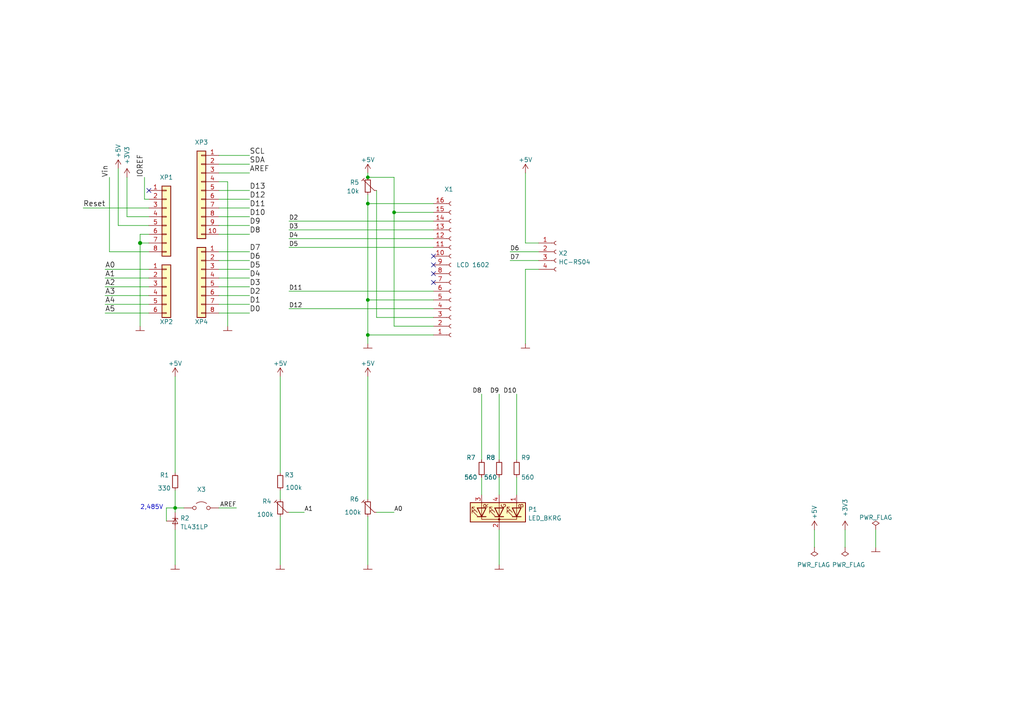
<source format=kicad_sch>
(kicad_sch (version 20211123) (generator eeschema)
  (paper "A4")
  (title_block (title "LCD- und Analog-Shield") (date "2023-01-04") (rev "V2.0") (company "Jörg Bischof") (comment 1 "DM6RAC"))
  (lib_symbols
    (symbol "Connector:Conn_01x04_Female" (pin_names (offset 1.016) hide)
      (property "Reference" "J" (at 0 5.08 0))
      (property "Value" "Conn_01x04_Female" (at 0 -7.62 0))
      (symbol "Conn_01x04_Female_1_1"
        (arc (start 0 -4.572) (mid -0.508 -5.08) (end 0 -5.588) (stroke (width 0.1524)))
        (arc (start 0 -2.032) (mid -0.508 -2.54) (end 0 -3.048) (stroke (width 0.1524)))
        (polyline (pts (xy -1.27 -5.08) (xy -0.508 -5.08)) (stroke (width 0.1524)))
        (polyline (pts (xy -1.27 -2.54) (xy -0.508 -2.54)) (stroke (width 0.1524)))
        (polyline (pts (xy -1.27 0) (xy -0.508 0)) (stroke (width 0.1524)))
        (polyline (pts (xy -1.27 2.54) (xy -0.508 2.54)) (stroke (width 0.1524)))
        (arc (start 0 0.508) (mid -0.508 0) (end 0 -0.508) (stroke (width 0.1524)))
        (arc (start 0 3.048) (mid -0.508 2.54) (end 0 2.032) (stroke (width 0.1524)))
        (pin passive line (at -5.08 2.54 0) (length 3.81) (name "Pin_1") (number "1"))
        (pin passive line (at -5.08 0 0) (length 3.81) (name "Pin_2") (number "2"))
        (pin passive line (at -5.08 -2.54 0) (length 3.81) (name "Pin_3") (number "3"))
        (pin passive line (at -5.08 -5.08 0) (length 3.81) (name "Pin_4") (number "4"))
      )
    )
    (symbol "Connector:Conn_01x16_Female" (pin_names (offset 1.016) hide)
      (property "Reference" "J" (at 0 20.32 0))
      (property "Value" "Conn_01x16_Female" (at 0 -22.86 0))
      (symbol "Conn_01x16_Female_1_1"
        (arc (start 0 -19.812) (mid -0.508 -20.32) (end 0 -20.828) (stroke (width 0.1524)))
        (arc (start 0 -17.272) (mid -0.508 -17.78) (end 0 -18.288) (stroke (width 0.1524)))
        (arc (start 0 -14.732) (mid -0.508 -15.24) (end 0 -15.748) (stroke (width 0.1524)))
        (arc (start 0 -12.192) (mid -0.508 -12.7) (end 0 -13.208) (stroke (width 0.1524)))
        (arc (start 0 -9.652) (mid -0.508 -10.16) (end 0 -10.668) (stroke (width 0.1524)))
        (arc (start 0 -7.112) (mid -0.508 -7.62) (end 0 -8.128) (stroke (width 0.1524)))
        (arc (start 0 -4.572) (mid -0.508 -5.08) (end 0 -5.588) (stroke (width 0.1524)))
        (arc (start 0 -2.032) (mid -0.508 -2.54) (end 0 -3.048) (stroke (width 0.1524)))
        (polyline (pts (xy -1.27 -20.32) (xy -0.508 -20.32)) (stroke (width 0.1524)))
        (polyline (pts (xy -1.27 -17.78) (xy -0.508 -17.78)) (stroke (width 0.1524)))
        (polyline (pts (xy -1.27 -15.24) (xy -0.508 -15.24)) (stroke (width 0.1524)))
        (polyline (pts (xy -1.27 -12.7) (xy -0.508 -12.7)) (stroke (width 0.1524)))
        (polyline (pts (xy -1.27 -10.16) (xy -0.508 -10.16)) (stroke (width 0.1524)))
        (polyline (pts (xy -1.27 -7.62) (xy -0.508 -7.62)) (stroke (width 0.1524)))
        (polyline (pts (xy -1.27 -5.08) (xy -0.508 -5.08)) (stroke (width 0.1524)))
        (polyline (pts (xy -1.27 -2.54) (xy -0.508 -2.54)) (stroke (width 0.1524)))
        (polyline (pts (xy -1.27 0) (xy -0.508 0)) (stroke (width 0.1524)))
        (polyline (pts (xy -1.27 2.54) (xy -0.508 2.54)) (stroke (width 0.1524)))
        (polyline (pts (xy -1.27 5.08) (xy -0.508 5.08)) (stroke (width 0.1524)))
        (polyline (pts (xy -1.27 7.62) (xy -0.508 7.62)) (stroke (width 0.1524)))
        (polyline (pts (xy -1.27 10.16) (xy -0.508 10.16)) (stroke (width 0.1524)))
        (polyline (pts (xy -1.27 12.7) (xy -0.508 12.7)) (stroke (width 0.1524)))
        (polyline (pts (xy -1.27 15.24) (xy -0.508 15.24)) (stroke (width 0.1524)))
        (polyline (pts (xy -1.27 17.78) (xy -0.508 17.78)) (stroke (width 0.1524)))
        (arc (start 0 0.508) (mid -0.508 0) (end 0 -0.508) (stroke (width 0.1524)))
        (arc (start 0 3.048) (mid -0.508 2.54) (end 0 2.032) (stroke (width 0.1524)))
        (arc (start 0 5.588) (mid -0.508 5.08) (end 0 4.572) (stroke (width 0.1524)))
        (arc (start 0 8.128) (mid -0.508 7.62) (end 0 7.112) (stroke (width 0.1524)))
        (arc (start 0 10.668) (mid -0.508 10.16) (end 0 9.652) (stroke (width 0.1524)))
        (arc (start 0 13.208) (mid -0.508 12.7) (end 0 12.192) (stroke (width 0.1524)))
        (arc (start 0 15.748) (mid -0.508 15.24) (end 0 14.732) (stroke (width 0.1524)))
        (arc (start 0 18.288) (mid -0.508 17.78) (end 0 17.272) (stroke (width 0.1524)))
        (pin passive line (at -5.08 17.78 0) (length 3.81) (name "Pin_1") (number "1"))
        (pin passive line (at -5.08 -5.08 0) (length 3.81) (name "Pin_10") (number "10"))
        (pin passive line (at -5.08 -7.62 0) (length 3.81) (name "Pin_11") (number "11"))
        (pin passive line (at -5.08 -10.16 0) (length 3.81) (name "Pin_12") (number "12"))
        (pin passive line (at -5.08 -12.7 0) (length 3.81) (name "Pin_13") (number "13"))
        (pin passive line (at -5.08 -15.24 0) (length 3.81) (name "Pin_14") (number "14"))
        (pin passive line (at -5.08 -17.78 0) (length 3.81) (name "Pin_15") (number "15"))
        (pin passive line (at -5.08 -20.32 0) (length 3.81) (name "Pin_16") (number "16"))
        (pin passive line (at -5.08 15.24 0) (length 3.81) (name "Pin_2") (number "2"))
        (pin passive line (at -5.08 12.7 0) (length 3.81) (name "Pin_3") (number "3"))
        (pin passive line (at -5.08 10.16 0) (length 3.81) (name "Pin_4") (number "4"))
        (pin passive line (at -5.08 7.62 0) (length 3.81) (name "Pin_5") (number "5"))
        (pin passive line (at -5.08 5.08 0) (length 3.81) (name "Pin_6") (number "6"))
        (pin passive line (at -5.08 2.54 0) (length 3.81) (name "Pin_7") (number "7"))
        (pin passive line (at -5.08 0 0) (length 3.81) (name "Pin_8") (number "8"))
        (pin passive line (at -5.08 -2.54 0) (length 3.81) (name "Pin_9") (number "9"))
      )
    )
    (symbol "Connector_Generic:Conn_01x06" (pin_names (offset 1.016) hide)
      (property "Reference" "J" (at 0 7.62 0))
      (property "Value" "Conn_01x06" (at 0 -10.16 0))
      (symbol "Conn_01x06_1_1"
        (rectangle (start -1.27 -7.493) (end 0 -7.747) (stroke (width 0.1524)))
        (rectangle (start -1.27 -4.953) (end 0 -5.207) (stroke (width 0.1524)))
        (rectangle (start -1.27 -2.413) (end 0 -2.667) (stroke (width 0.1524)))
        (rectangle (start -1.27 0.127) (end 0 -0.127) (stroke (width 0.1524)))
        (rectangle (start -1.27 2.667) (end 0 2.413) (stroke (width 0.1524)))
        (rectangle (start -1.27 5.207) (end 0 4.953) (stroke (width 0.1524)))
        (rectangle (start -1.27 6.35) (end 1.27 -8.89) (stroke (width 0.254)) (fill (type background)))
        (pin passive line (at -5.08 5.08 0) (length 3.81) (name "Pin_1") (number "1"))
        (pin passive line (at -5.08 2.54 0) (length 3.81) (name "Pin_2") (number "2"))
        (pin passive line (at -5.08 0 0) (length 3.81) (name "Pin_3") (number "3"))
        (pin passive line (at -5.08 -2.54 0) (length 3.81) (name "Pin_4") (number "4"))
        (pin passive line (at -5.08 -5.08 0) (length 3.81) (name "Pin_5") (number "5"))
        (pin passive line (at -5.08 -7.62 0) (length 3.81) (name "Pin_6") (number "6"))
      )
    )
    (symbol "Connector_Generic:Conn_01x08" (pin_names (offset 1.016) hide)
      (property "Reference" "J" (at 0 10.16 0))
      (property "Value" "Conn_01x08" (at 0 -12.7 0))
      (symbol "Conn_01x08_1_1"
        (rectangle (start -1.27 -10.033) (end 0 -10.287) (stroke (width 0.1524)))
        (rectangle (start -1.27 -7.493) (end 0 -7.747) (stroke (width 0.1524)))
        (rectangle (start -1.27 -4.953) (end 0 -5.207) (stroke (width 0.1524)))
        (rectangle (start -1.27 -2.413) (end 0 -2.667) (stroke (width 0.1524)))
        (rectangle (start -1.27 0.127) (end 0 -0.127) (stroke (width 0.1524)))
        (rectangle (start -1.27 2.667) (end 0 2.413) (stroke (width 0.1524)))
        (rectangle (start -1.27 5.207) (end 0 4.953) (stroke (width 0.1524)))
        (rectangle (start -1.27 7.747) (end 0 7.493) (stroke (width 0.1524)))
        (rectangle (start -1.27 8.89) (end 1.27 -11.43) (stroke (width 0.254)) (fill (type background)))
        (pin passive line (at -5.08 7.62 0) (length 3.81) (name "Pin_1") (number "1"))
        (pin passive line (at -5.08 5.08 0) (length 3.81) (name "Pin_2") (number "2"))
        (pin passive line (at -5.08 2.54 0) (length 3.81) (name "Pin_3") (number "3"))
        (pin passive line (at -5.08 0 0) (length 3.81) (name "Pin_4") (number "4"))
        (pin passive line (at -5.08 -2.54 0) (length 3.81) (name "Pin_5") (number "5"))
        (pin passive line (at -5.08 -5.08 0) (length 3.81) (name "Pin_6") (number "6"))
        (pin passive line (at -5.08 -7.62 0) (length 3.81) (name "Pin_7") (number "7"))
        (pin passive line (at -5.08 -10.16 0) (length 3.81) (name "Pin_8") (number "8"))
      )
    )
    (symbol "Connector_Generic:Conn_01x10" (pin_names (offset 1.016) hide)
      (property "Reference" "J" (at 0 12.7 0))
      (property "Value" "Conn_01x10" (at 0 -15.24 0))
      (symbol "Conn_01x10_1_1"
        (rectangle (start -1.27 -12.573) (end 0 -12.827) (stroke (width 0.1524)))
        (rectangle (start -1.27 -10.033) (end 0 -10.287) (stroke (width 0.1524)))
        (rectangle (start -1.27 -7.493) (end 0 -7.747) (stroke (width 0.1524)))
        (rectangle (start -1.27 -4.953) (end 0 -5.207) (stroke (width 0.1524)))
        (rectangle (start -1.27 -2.413) (end 0 -2.667) (stroke (width 0.1524)))
        (rectangle (start -1.27 0.127) (end 0 -0.127) (stroke (width 0.1524)))
        (rectangle (start -1.27 2.667) (end 0 2.413) (stroke (width 0.1524)))
        (rectangle (start -1.27 5.207) (end 0 4.953) (stroke (width 0.1524)))
        (rectangle (start -1.27 7.747) (end 0 7.493) (stroke (width 0.1524)))
        (rectangle (start -1.27 10.287) (end 0 10.033) (stroke (width 0.1524)))
        (rectangle (start -1.27 11.43) (end 1.27 -13.97) (stroke (width 0.254)) (fill (type background)))
        (pin passive line (at -5.08 10.16 0) (length 3.81) (name "Pin_1") (number "1"))
        (pin passive line (at -5.08 -12.7 0) (length 3.81) (name "Pin_10") (number "10"))
        (pin passive line (at -5.08 7.62 0) (length 3.81) (name "Pin_2") (number "2"))
        (pin passive line (at -5.08 5.08 0) (length 3.81) (name "Pin_3") (number "3"))
        (pin passive line (at -5.08 2.54 0) (length 3.81) (name "Pin_4") (number "4"))
        (pin passive line (at -5.08 0 0) (length 3.81) (name "Pin_5") (number "5"))
        (pin passive line (at -5.08 -2.54 0) (length 3.81) (name "Pin_6") (number "6"))
        (pin passive line (at -5.08 -5.08 0) (length 3.81) (name "Pin_7") (number "7"))
        (pin passive line (at -5.08 -7.62 0) (length 3.81) (name "Pin_8") (number "8"))
        (pin passive line (at -5.08 -10.16 0) (length 3.81) (name "Pin_9") (number "9"))
      )
    )
    (symbol "Device:LED_BKRG" (pin_names (offset 0) hide)
      (property "Reference" "D" (at 0 9.398 0))
      (property "Value" "LED_BKRG" (at 0 -8.89 0))
      (symbol "LED_BKRG_0_0"
        (text "B" (at 1.905 -6.35 0) (effects (font (size 1.27 1.27))))
        (text "G" (at 1.905 -1.27 0) (effects (font (size 1.27 1.27))))
        (text "R" (at 1.905 3.81 0) (effects (font (size 1.27 1.27))))
      )
      (symbol "LED_BKRG_0_1"
        (circle (center -2.032 0) (radius 0.254) (fill (type outline)))
        (polyline (pts (xy -1.27 -5.08) (xy 1.27 -5.08)))
        (polyline (pts (xy -1.27 -3.81) (xy -1.27 -6.35)) (stroke (width 0.254)))
        (polyline (pts (xy -1.27 0) (xy -2.54 0)))
        (polyline (pts (xy -1.27 1.27) (xy -1.27 -1.27)) (stroke (width 0.254)))
        (polyline (pts (xy -1.27 5.08) (xy 1.27 5.08)))
        (polyline (pts (xy -1.27 6.35) (xy -1.27 3.81)) (stroke (width 0.254)))
        (polyline (pts (xy 1.27 -5.08) (xy 2.54 -5.08)))
        (polyline (pts (xy 1.27 0) (xy -1.27 0)))
        (polyline (pts (xy 1.27 0) (xy 2.54 0)))
        (polyline (pts (xy 1.27 5.08) (xy 2.54 5.08)))
        (polyline (pts (xy -1.27 1.27) (xy -1.27 -1.27) (xy -1.27 -1.27)))
        (polyline (pts (xy -1.27 6.35) (xy -1.27 3.81) (xy -1.27 3.81)))
        (polyline (pts (xy -1.27 5.08) (xy -2.032 5.08) (xy -2.032 -5.08) (xy -1.016 -5.08)))
        (polyline (pts (xy 1.27 -3.81) (xy 1.27 -6.35) (xy -1.27 -5.08) (xy 1.27 -3.81)) (stroke (width 0.254)))
        (polyline (pts (xy 1.27 1.27) (xy 1.27 -1.27) (xy -1.27 0) (xy 1.27 1.27)) (stroke (width 0.254)))
        (polyline (pts (xy 1.27 6.35) (xy 1.27 3.81) (xy -1.27 5.08) (xy 1.27 6.35)) (stroke (width 0.254)))
        (polyline (pts (xy -1.016 -3.81) (xy 0.508 -2.286) (xy -0.254 -2.286) (xy 0.508 -2.286) (xy 0.508 -3.048)))
        (polyline (pts (xy -1.016 1.27) (xy 0.508 2.794) (xy -0.254 2.794) (xy 0.508 2.794) (xy 0.508 2.032)))
        (polyline (pts (xy -1.016 6.35) (xy 0.508 7.874) (xy -0.254 7.874) (xy 0.508 7.874) (xy 0.508 7.112)))
        (polyline (pts (xy 0 -3.81) (xy 1.524 -2.286) (xy 0.762 -2.286) (xy 1.524 -2.286) (xy 1.524 -3.048)))
        (polyline (pts (xy 0 1.27) (xy 1.524 2.794) (xy 0.762 2.794) (xy 1.524 2.794) (xy 1.524 2.032)))
        (polyline (pts (xy 0 6.35) (xy 1.524 7.874) (xy 0.762 7.874) (xy 1.524 7.874) (xy 1.524 7.112)))
        (rectangle (start 1.27 -1.27) (end 1.27 1.27))
        (rectangle (start 1.27 1.27) (end 1.27 1.27))
        (rectangle (start 1.27 3.81) (end 1.27 6.35))
        (rectangle (start 1.27 6.35) (end 1.27 6.35))
        (rectangle (start 2.794 8.382) (end -2.794 -7.62) (stroke (width 0.254)) (fill (type background)))
      )
      (symbol "LED_BKRG_1_1"
        (pin passive line (at 5.08 -5.08 180) (length 2.54) (name "BA") (number "1"))
        (pin passive line (at -5.08 0 0) (length 2.54) (name "K") (number "2"))
        (pin passive line (at 5.08 5.08 180) (length 2.54) (name "RA") (number "3"))
        (pin passive line (at 5.08 0 180) (length 2.54) (name "GA") (number "4"))
      )
    )
    (symbol "Device:R_Small" (pin_numbers hide) (pin_names (offset 0.254) hide)
      (property "Reference" "R" (at -2.54 1.143 0))
      (property "Value" "R_Small" (at 0.762 -1.016 0))
      (symbol "R_Small_0_1"
        (rectangle (start -0.762 1.778) (end 0.762 -1.778) (stroke (width 0.2032)))
      )
      (symbol "R_Small_1_1"
        (pin passive line (at 0 2.54 270) (length 0.762) (name "~") (number "1"))
        (pin passive line (at 0 -2.54 90) (length 0.762) (name "~") (number "2"))
      )
    )
    (symbol "Device:R_Trim_Small" (pin_numbers hide) (pin_names (offset 0.254) hide)
      (property "Reference" "R" (at -2.54 1.143 0))
      (property "Value" "R_Trim_Small" (at 0.762 -1.016 0))
      (symbol "R_Trim_Small_0_1"
        (rectangle (start -0.762 1.778) (end 0.762 -1.778) (stroke (width 0.2032)))
        (polyline (pts (xy -1.905 -1.27) (xy 1.397 1.905) (xy 1.016 2.286) (xy 1.778 1.524)) (stroke (width 0.1524)))
      )
      (symbol "R_Trim_Small_1_1"
        (pin passive line (at 0 2.54 270) (length 0.762) (name "~") (number "1"))
        (pin passive line (at -2.54 -1.27 0) (length 0.65) (name "~") (number "2"))
        (pin passive line (at 0 -2.54 90) (length 0.762) (name "~") (number "3"))
      )
    )
    (symbol "Jumper:Jumper_2_Open" (pin_numbers hide) (pin_names (offset 0) hide)
      (property "Reference" "JP" (at 0 2.794 0))
      (property "Value" "Jumper_2_Open" (at 0 -2.286 0))
      (symbol "Jumper_2_Open_0_0"
        (circle (center -2.032 0) (radius 0.508))
        (circle (center 2.032 0) (radius 0.508))
      )
      (symbol "Jumper_2_Open_0_1"
        (arc (start 1.524 1.27) (mid 0 1.778) (end -1.524 1.27))
      )
      (symbol "Jumper_2_Open_1_1"
        (pin passive line (at -5.08 0 0) (length 2.54) (name "A") (number "1"))
        (pin passive line (at 5.08 0 180) (length 2.54) (name "B") (number "2"))
      )
    )
    (symbol "Reference_Voltage:TL431LP" (pin_numbers hide) (pin_names hide)
      (property "Reference" "R" (at -2.54 2.54 0))
      (property "Value" "TL431LP" (at 0 -2.54 0))
      (symbol "TL431LP_0_1"
        (polyline (pts (xy -0.762 0.508) (xy -0.762 -0.762)) (stroke (width 0.1524)))
        (polyline (pts (xy -0.762 0.508) (xy -0.762 0.762)) (stroke (width 0.1524)))
        (polyline (pts (xy -1.27 0) (xy 0 0) (xy 1.27 0)))
        (polyline (pts (xy -0.762 0.762) (xy 0.762 0) (xy -0.762 -0.762)) (stroke (width 0.15)))
        (polyline (pts (xy 0.508 -0.762) (xy 0.762 -0.762) (xy 0.762 0.762) (xy 0.762 0.762)) (stroke (width 0.15)))
      )
      (symbol "TL431LP_1_1"
        (pin passive line (at 0 2.54 270) (length 2.1) (name "REF") (number "1"))
        (pin passive line (at -2.54 0 0) (length 2.54) (name "A") (number "2"))
        (pin passive line (at 2.54 0 180) (length 2.54) (name "K") (number "3"))
      )
    )
    (symbol "power:+3.3V" (power) (pin_names (offset 0))
      (property "Value" "+3.3V" (at 0 3.556 0))
      (symbol "+3.3V_0_1"
        (polyline (pts (xy -0.762 1.27) (xy 0 2.54)))
        (polyline (pts (xy 0 0) (xy 0 2.54)))
        (polyline (pts (xy 0 2.54) (xy 0.762 1.27)))
      )
      (symbol "+3.3V_1_1"
        (pin power_in line (at 0 0 90) (length 0) hide (name "+3V3") (number "1"))
      )
    )
    (symbol "power:+5V" (power) (pin_names (offset 0))
      (property "Value" "+5V" (at 0 3.556 0))
      (symbol "+5V_0_1"
        (polyline (pts (xy -0.762 1.27) (xy 0 2.54)))
        (polyline (pts (xy 0 0) (xy 0 2.54)))
        (polyline (pts (xy 0 2.54) (xy 0.762 1.27)))
      )
      (symbol "+5V_1_1"
        (pin power_in line (at 0 0 90) (length 0) hide (name "+5V") (number "1"))
      )
    )
    (symbol "power:GND" (power) (pin_names (offset 0))
      (property "Value" "GND" (at 0 -2.54 0))
      (symbol "GND_0_1"
        (polyline (pts (xy 0 0) (xy 0 -1.27) (xy 1.27 -1.27) (xy -1.27 -1.27) (xy 0 -1.27)))
      )
      (symbol "GND_1_1"
        (pin power_in line (at 0 0 270) (length 0) hide (name "GND") (number "1"))
      )
    )
    (symbol "power:PWR_FLAG" (power) (pin_numbers hide) (pin_names (offset 0) hide)
      (property "Value" "PWR_FLAG" (at 0 3.81 0))
      (symbol "PWR_FLAG_0_0"
        (pin power_out line (at 0 0 90) (length 0) (name "pwr") (number "1"))
      )
      (symbol "PWR_FLAG_0_1"
        (polyline (pts (xy 0 0) (xy 0 1.27) (xy -1.016 1.905) (xy 0 2.54) (xy 1.016 1.905) (xy 0 1.27)))
      )
    )
  )
  (junction (at 106.68 59.055))
  (junction (at 106.68 86.995))
  (junction (at 50.8 147.32))
  (junction (at 114.3 61.595))
  (junction (at 106.68 51.435))
  (junction (at 40.64 70.485) (diameter 1.016))
  (junction (at 106.68 97.155))
  (no_connect (at 125.73 81.915))
  (no_connect (at 125.73 79.375))
  (no_connect (at 125.73 76.835))
  (no_connect (at 125.73 74.295))
  (no_connect (at 43.18 55.245))
  (wire (pts (xy 156.21 70.485) (xy 152.4 70.485)))
  (wire (pts (xy 43.18 62.865) (xy 36.83 62.865)))
  (wire (pts (xy 114.3 51.435) (xy 106.68 51.435)))
  (wire (pts (xy 43.18 85.725) (xy 30.48 85.725)))
  (wire (pts (xy 149.86 114.3) (xy 149.86 133.35)))
  (wire (pts (xy 106.68 59.055) (xy 106.68 86.995)))
  (wire (pts (xy 63.5 78.105) (xy 72.39 78.105)))
  (wire (pts (xy 236.22 153.67) (xy 236.22 158.75)))
  (wire (pts (xy 106.68 109.22) (xy 106.68 144.78)))
  (wire (pts (xy 144.78 114.3) (xy 144.78 133.35)))
  (wire (pts (xy 152.4 78.105) (xy 152.4 99.695)))
  (wire (pts (xy 83.82 64.135) (xy 125.73 64.135)))
  (wire (pts (xy 114.3 94.615) (xy 114.3 61.595)))
  (wire (pts (xy 139.7 114.3) (xy 139.7 133.35)))
  (wire (pts (xy 50.8 109.22) (xy 50.8 137.16)))
  (wire (pts (xy 81.28 109.22) (xy 81.28 137.16)))
  (wire (pts (xy 50.8 142.24) (xy 50.8 147.32)))
  (wire (pts (xy 83.82 89.535) (xy 125.73 89.535)))
  (wire (pts (xy 40.64 67.945) (xy 40.64 70.485)))
  (wire (pts (xy 125.73 94.615) (xy 114.3 94.615)))
  (wire (pts (xy 63.5 57.785) (xy 72.39 57.785)))
  (wire (pts (xy 66.04 52.705) (xy 66.04 94.615)))
  (wire (pts (xy 106.68 56.515) (xy 106.68 59.055)))
  (wire (pts (xy 43.18 67.945) (xy 40.64 67.945)))
  (wire (pts (xy 254 153.67) (xy 254 158.75)))
  (wire (pts (xy 109.22 55.245) (xy 109.22 92.075)))
  (wire (pts (xy 106.68 86.995) (xy 106.68 97.155)))
  (wire (pts (xy 125.73 92.075) (xy 109.22 92.075)))
  (wire (pts (xy 63.5 67.945) (xy 72.39 67.945)))
  (wire (pts (xy 41.91 57.785) (xy 43.18 57.785)))
  (wire (pts (xy 114.3 61.595) (xy 114.3 51.435)))
  (wire (pts (xy 43.18 65.405) (xy 34.29 65.405)))
  (wire (pts (xy 83.82 66.675) (xy 125.73 66.675)))
  (wire (pts (xy 106.68 86.995) (xy 125.73 86.995)))
  (wire (pts (xy 63.5 55.245) (xy 72.39 55.245)))
  (wire (pts (xy 63.5 73.025) (xy 72.39 73.025)))
  (wire (pts (xy 43.18 80.645) (xy 30.48 80.645)))
  (wire (pts (xy 50.8 147.32) (xy 53.34 147.32)))
  (wire (pts (xy 63.5 45.085) (xy 72.39 45.085)))
  (wire (pts (xy 48.26 147.32) (xy 50.8 147.32)))
  (wire (pts (xy 144.78 153.67) (xy 144.78 163.83)))
  (wire (pts (xy 63.5 85.725) (xy 72.39 85.725)))
  (wire (pts (xy 106.68 149.86) (xy 106.68 163.83)))
  (wire (pts (xy 245.11 153.67) (xy 245.11 158.75)))
  (wire (pts (xy 63.5 147.32) (xy 68.58 147.32)))
  (wire (pts (xy 43.18 73.025) (xy 31.75 73.025)))
  (wire (pts (xy 114.3 61.595) (xy 125.73 61.595)))
  (wire (pts (xy 106.68 59.055) (xy 125.73 59.055)))
  (wire (pts (xy 83.82 71.755) (xy 125.73 71.755)))
  (wire (pts (xy 81.28 142.24) (xy 81.28 144.78)))
  (wire (pts (xy 147.955 73.025) (xy 156.21 73.025)))
  (wire (pts (xy 43.18 78.105) (xy 30.48 78.105)))
  (wire (pts (xy 81.28 149.86) (xy 81.28 163.83)))
  (wire (pts (xy 63.5 60.325) (xy 72.39 60.325)))
  (wire (pts (xy 43.18 88.265) (xy 30.48 88.265)))
  (wire (pts (xy 43.18 60.325) (xy 24.13 60.325)))
  (wire (pts (xy 63.5 52.705) (xy 66.04 52.705)))
  (wire (pts (xy 43.18 70.485) (xy 40.64 70.485)))
  (wire (pts (xy 63.5 65.405) (xy 72.39 65.405)))
  (wire (pts (xy 40.64 70.485) (xy 40.64 94.615)))
  (wire (pts (xy 83.82 148.59) (xy 88.265 148.59)))
  (wire (pts (xy 31.75 73.025) (xy 31.75 51.435)))
  (wire (pts (xy 83.82 69.215) (xy 125.73 69.215)))
  (wire (pts (xy 152.4 70.485) (xy 152.4 50.165)))
  (wire (pts (xy 63.5 83.185) (xy 72.39 83.185)))
  (wire (pts (xy 43.18 90.805) (xy 30.48 90.805)))
  (wire (pts (xy 156.21 78.105) (xy 152.4 78.105)))
  (wire (pts (xy 63.5 88.265) (xy 72.39 88.265)))
  (wire (pts (xy 125.73 97.155) (xy 106.68 97.155)))
  (wire (pts (xy 63.5 75.565) (xy 72.39 75.565)))
  (wire (pts (xy 34.29 65.405) (xy 34.29 48.895)))
  (wire (pts (xy 106.68 97.155) (xy 106.68 99.695)))
  (wire (pts (xy 139.7 138.43) (xy 139.7 143.51)))
  (wire (pts (xy 50.8 147.32) (xy 50.8 148.59)))
  (wire (pts (xy 63.5 47.625) (xy 72.39 47.625)))
  (wire (pts (xy 149.86 138.43) (xy 149.86 143.51)))
  (wire (pts (xy 63.5 80.645) (xy 72.39 80.645)))
  (wire (pts (xy 109.22 148.59) (xy 114.3 148.59)))
  (wire (pts (xy 63.5 50.165) (xy 72.39 50.165)))
  (wire (pts (xy 83.82 84.455) (xy 125.73 84.455)))
  (wire (pts (xy 106.68 50.165) (xy 106.68 51.435)))
  (wire (pts (xy 147.955 75.565) (xy 156.21 75.565)))
  (wire (pts (xy 36.83 62.865) (xy 36.83 51.435)))
  (wire (pts (xy 41.91 51.435) (xy 41.91 57.785)))
  (wire (pts (xy 63.5 90.805) (xy 72.39 90.805)))
  (wire (pts (xy 63.5 62.865) (xy 72.39 62.865)))
  (wire (pts (xy 50.8 153.67) (xy 50.8 163.83)))
  (wire (pts (xy 48.26 151.13) (xy 48.26 147.32)))
  (wire (pts (xy 144.78 138.43) (xy 144.78 143.51)))
  (wire (pts (xy 43.18 83.185) (xy 30.48 83.185)))
  (text "2,485V" (at 40.64 147.955 0) (effects (font (size 1.27 1.27)) (justify left bottom)))
  (label "D7" (at 147.955 75.565 0))
  (label "Vin" (at 31.75 51.435 90) (effects (font (size 1.524 1.524))))
  (label "D4" (at 83.82 69.215 0))
  (label "A1" (at 88.265 148.59 0))
  (label "D12" (at 83.82 89.535 0))
  (label "D6" (at 147.955 73.025 0))
  (label "D0" (at 72.39 90.805 0) (effects (font (size 1.524 1.524))))
  (label "A4" (at 30.48 88.265 0) (effects (font (size 1.524 1.524))))
  (label "A0" (at 114.3 148.59 0))
  (label "D10" (at 149.86 114.3 180))
  (label "D4" (at 72.39 80.645 0) (effects (font (size 1.524 1.524))))
  (label "D5" (at 72.39 78.105 0) (effects (font (size 1.524 1.524))))
  (label "A2" (at 30.48 83.185 0) (effects (font (size 1.524 1.524))))
  (label "A5" (at 30.48 90.805 0) (effects (font (size 1.524 1.524))))
  (label "A0" (at 30.48 78.105 0) (effects (font (size 1.524 1.524))))
  (label "A1" (at 30.48 80.645 0) (effects (font (size 1.524 1.524))))
  (label "D11" (at 83.82 84.455 0))
  (label "D10" (at 72.39 62.865 0) (effects (font (size 1.524 1.524))))
  (label "D8" (at 139.7 114.3 180))
  (label "D13" (at 72.39 55.245 0) (effects (font (size 1.524 1.524))))
  (label "D2" (at 83.82 64.135 0))
  (label "D7" (at 72.39 73.025 0) (effects (font (size 1.524 1.524))))
  (label "SDA" (at 72.39 47.625 0) (effects (font (size 1.524 1.524))))
  (label "A3" (at 30.48 85.725 0) (effects (font (size 1.524 1.524))))
  (label "Reset" (at 24.13 60.325 0) (effects (font (size 1.524 1.524))))
  (label "D2" (at 72.39 85.725 0) (effects (font (size 1.524 1.524))))
  (label "D12" (at 72.39 57.785 0) (effects (font (size 1.524 1.524))))
  (label "D3" (at 72.39 83.185 0) (effects (font (size 1.524 1.524))))
  (label "D3" (at 83.82 66.675 0))
  (label "D9" (at 72.39 65.405 0) (effects (font (size 1.524 1.524))))
  (label "D5" (at 83.82 71.755 0))
  (label "D8" (at 72.39 67.945 0) (effects (font (size 1.524 1.524))))
  (label "SCL" (at 72.39 45.085 0) (effects (font (size 1.524 1.524))))
  (label "IOREF" (at 41.91 51.435 90) (effects (font (size 1.524 1.524))))
  (label "AREF" (at 72.39 50.165 0) (effects (font (size 1.524 1.524))))
  (label "AREF" (at 68.58 147.32 180))
  (label "D9" (at 144.78 114.3 180))
  (label "D11" (at 72.39 60.325 0) (effects (font (size 1.524 1.524))))
  (label "D1" (at 72.39 88.265 0) (effects (font (size 1.524 1.524))))
  (label "D6" (at 72.39 75.565 0) (effects (font (size 1.524 1.524))))
  (symbol (lib_id "Connector_Generic:Conn_01x08") (at 48.26 62.865 0) (unit 1)
    (property "Reference" "XP1" (at 48.26 51.435 0))
    (property "Value" "Power" (effects hide))
    (property "Footprint" "Socket_Arduino_Uno:Socket_Strip_Arduino_1x08" (effects hide))
  )
  (symbol (lib_id "power:+3.3V") (at 36.83 51.435 0) (unit 1)
    (property "Reference" "#PWR01" (effects hide))
    (property "Value" "+3.3V" (at 36.83 45.085 90))
  )
  (symbol (lib_id "power:+5V") (at 34.29 48.895 0) (unit 1)
    (property "Reference" "#PWR02" (effects hide))
    (property "Value" "+5V" (at 34.29 43.815 90))
  )
  (symbol (lib_id "power:GND") (at 40.64 94.615 0) (unit 1)
    (property "Reference" "#PWR03" (effects hide))
    (property "Value" "GND" (effects hide))
  )
  (symbol (lib_id "power:GND") (at 66.04 94.615 0) (unit 1)
    (property "Reference" "#PWR04" (effects hide))
    (property "Value" "GND" (effects hide))
  )
  (symbol (lib_id "Connector_Generic:Conn_01x06") (at 48.26 83.185 0) (unit 1)
    (property "Reference" "XP2" (at 48.26 93.345 0))
    (property "Value" "Analog" (effects hide))
    (property "Footprint" "Socket_Arduino_Uno:Socket_Strip_Arduino_1x06" (effects hide))
  )
  (symbol (lib_id "Connector_Generic:Conn_01x08") (at 58.42 80.645 0) (mirror y) (unit 1)
    (property "Reference" "XP4" (at 58.42 93.345 0))
    (property "Value" "Digital" (effects hide))
    (property "Footprint" "Socket_Arduino_Uno:Socket_Strip_Arduino_1x08" (effects hide))
  )
  (symbol (lib_id "Connector_Generic:Conn_01x10") (at 58.42 55.245 0) (mirror y) (unit 1)
    (property "Reference" "XP3" (at 58.42 41.275 0))
    (property "Value" "Digital" (effects hide))
    (property "Footprint" "Socket_Arduino_Uno:Socket_Strip_Arduino_1x10" (effects hide))
  )
  (symbol (lib_id "Device:R_Small") (at 81.28 139.7 0) (unit 1)
    (property "Reference" "R3" (at 82.55 137.795 0) (effects (justify left)))
    (property "Value" "100k" (at 82.7786 141.4022 0) (effects (justify left)))
    (property "Footprint" "Resistor_THT:R_Axial_DIN0207_L6.3mm_D2.5mm_P10.16mm_Horizontal" (effects hide))
  )
  (symbol (lib_id "power:GND") (at 106.68 163.83 0) (unit 1)
    (property "Reference" "#PWR0110" (effects hide))
    (property "Value" "GND" (effects hide))
  )
  (symbol (lib_id "power:+3.3V") (at 245.11 153.67 0) (unit 1)
    (property "Reference" "#PWR0104" (effects hide))
    (property "Value" "+3.3V" (at 245.11 147.32 90))
  )
  (symbol (lib_id "power:PWR_FLAG") (at 245.11 158.75 180) (unit 1)
    (property "Reference" "#FLG0102" (effects hide))
    (property "Value" "PWR_FLAG" (at 241.3 163.83 0) (effects (justify right)))
  )
  (symbol (lib_id "Device:LED_BKRG") (at 144.78 148.59 90) (unit 1)
    (property "Reference" "P1" (at 153.162 147.7553 90) (effects (justify right)))
    (property "Value" "LED_BKRG" (at 153.162 150.2922 90) (effects (justify right)))
    (property "Footprint" "LED_THT:LED_D5.0mm-4_RGB" (effects hide))
  )
  (symbol (lib_id "Device:R_Small") (at 149.86 135.89 0) (unit 1)
    (property "Reference" "R9" (at 151.13 132.715 0) (effects (justify left)))
    (property "Value" "560" (at 151.13 138.43 0) (effects (justify left)))
    (property "Footprint" "Resistor_THT:R_Axial_DIN0207_L6.3mm_D2.5mm_P10.16mm_Horizontal" (effects hide))
  )
  (symbol (lib_id "power:PWR_FLAG") (at 236.22 158.75 180) (unit 1)
    (property "Reference" "#FLG0101" (effects hide))
    (property "Value" "PWR_FLAG" (at 231.14 163.83 0) (effects (justify right)))
  )
  (symbol (lib_id "Connector:Conn_01x04_Female") (at 161.29 73.025 0) (unit 1)
    (property "Reference" "X2" (at 162.0012 73.4603 0) (effects (justify left)))
    (property "Value" "HC-RS04" (at 162.0012 75.9972 0) (effects (justify left)))
    (property "Footprint" "Connector_PinSocket_2.54mm:PinSocket_1x04_P2.54mm_Vertical" (effects hide))
  )
  (symbol (lib_id "Device:R_Small") (at 144.78 135.89 0) (unit 1)
    (property "Reference" "R8" (at 140.97 132.715 0) (effects (justify left)))
    (property "Value" "560" (at 140.335 138.43 0) (effects (justify left)))
    (property "Footprint" "Resistor_THT:R_Axial_DIN0207_L6.3mm_D2.5mm_P10.16mm_Horizontal" (effects hide))
  )
  (symbol (lib_id "power:+5V") (at 152.4 50.165 0) (unit 1)
    (property "Reference" "#PWR0118" (effects hide))
    (property "Value" "+5V" (at 152.4 46.355 0))
  )
  (symbol (lib_id "power:+5V") (at 81.28 109.22 0) (unit 1)
    (property "Reference" "#PWR0113" (effects hide))
    (property "Value" "+5V" (at 81.28 105.41 0))
  )
  (symbol (lib_id "power:PWR_FLAG") (at 254 153.67 0) (unit 1)
    (property "Reference" "#FLG0103" (effects hide))
    (property "Value" "PWR_FLAG" (at 254 150.0942 0))
  )
  (symbol (lib_id "Device:R_Trim_Small") (at 106.68 53.975 0) (mirror y) (unit 1)
    (property "Reference" "R5" (at 104.1909 52.899 0) (effects (justify left)))
    (property "Value" "10k" (at 104.1909 55.4359 0) (effects (justify left)))
    (property "Footprint" "Potentiometer_THT:Potentiometer_Piher_PT-10-V10_Vertical" (effects hide))
  )
  (symbol (lib_id "Jumper:Jumper_2_Open") (at 58.42 147.32 0) (unit 1)
    (property "Reference" "X3" (at 58.42 141.9692 0))
    (property "Value" "Jumper_2_Open" (effects hide))
    (property "Footprint" "TestPoint:TestPoint_2Pads_Pitch2.54mm_Drill0.8mm" (effects hide))
  )
  (symbol (lib_id "Device:R_Trim_Small") (at 106.68 147.32 0) (mirror y) (unit 1)
    (property "Reference" "R6" (at 104.14 144.78 0) (effects (justify left)))
    (property "Value" "100k" (at 104.775 148.59 0) (effects (justify left)))
    (property "Footprint" "Potentiometer_THT:Potentiometer_Piher_PT-10-V10_Vertical" (effects hide))
  )
  (symbol (lib_id "power:GND") (at 144.78 163.83 0) (unit 1)
    (property "Reference" "#PWR0111" (effects hide))
    (property "Value" "GND" (effects hide))
  )
  (symbol (lib_id "power:GND") (at 81.28 163.83 0) (unit 1)
    (property "Reference" "#PWR0109" (effects hide))
    (property "Value" "GND" (effects hide))
  )
  (symbol (lib_id "power:+5V") (at 106.68 109.22 0) (unit 1)
    (property "Reference" "#PWR0114" (effects hide))
    (property "Value" "+5V" (at 106.68 105.41 0))
  )
  (symbol (lib_id "power:GND") (at 254 158.75 0) (unit 1)
    (property "Reference" "#PWR0105" (effects hide))
    (property "Value" "GND" (effects hide))
  )
  (symbol (lib_id "power:+5V") (at 50.8 109.22 0) (unit 1)
    (property "Reference" "#PWR0112" (effects hide))
    (property "Value" "+5V" (at 50.8 105.41 0))
  )
  (symbol (lib_id "power:GND") (at 50.8 163.83 0) (unit 1)
    (property "Reference" "#PWR0108" (effects hide))
    (property "Value" "GND" (effects hide))
  )
  (symbol (lib_id "Reference_Voltage:TL431LP") (at 50.8 151.13 90) (unit 1)
    (property "Reference" "R2" (at 52.2732 150.2953 90) (effects (justify right)))
    (property "Value" "TL431LP" (at 52.2732 152.8322 90) (effects (justify right)))
    (property "Footprint" "Package_TO_SOT_THT:TO-92_Inline" (effects hide))
    (property "Datasheet" "http://www.ti.com/lit/ds/symlink/tl431.pdf" (effects hide))
  )
  (symbol (lib_id "power:+5V") (at 236.22 153.67 0) (unit 1)
    (property "Reference" "#PWR0101" (effects hide))
    (property "Value" "+5V" (at 236.22 148.59 90))
  )
  (symbol (lib_id "power:GND") (at 106.68 99.695 0) (unit 1)
    (property "Reference" "#PWR0115" (effects hide))
    (property "Value" "GND" (effects hide))
  )
  (symbol (lib_id "Connector:Conn_01x16_Female") (at 130.81 79.375 0) (mirror x) (unit 1)
    (property "Reference" "X1" (at 130.175 54.898 0))
    (property "Value" "LCD 1602" (at 137.16 76.835 0))
    (property "Footprint" "Connector_PinSocket_2.54mm:PinSocket_1x16_P2.54mm_Vertical" (effects hide))
  )
  (symbol (lib_id "power:+5V") (at 106.68 50.165 0) (unit 1)
    (property "Reference" "#PWR0116" (effects hide))
    (property "Value" "+5V" (at 106.68 46.355 0))
  )
  (symbol (lib_id "Device:R_Small") (at 50.8 139.7 0) (unit 1)
    (property "Reference" "R1" (at 46.355 137.795 0) (effects (justify left)))
    (property "Value" "330" (at 45.72 141.605 0) (effects (justify left)))
    (property "Footprint" "Resistor_THT:R_Axial_DIN0207_L6.3mm_D2.5mm_P10.16mm_Horizontal" (effects hide))
  )
  (symbol (lib_id "power:GND") (at 152.4 99.695 0) (unit 1)
    (property "Reference" "#PWR0117" (effects hide))
    (property "Value" "GND" (effects hide))
  )
  (symbol (lib_id "Device:R_Trim_Small") (at 81.28 147.32 0) (mirror y) (unit 1)
    (property "Reference" "R4" (at 78.74 145.415 0) (effects (justify left)))
    (property "Value" "100k" (at 79.375 149.225 0) (effects (justify left)))
    (property "Footprint" "Potentiometer_THT:Potentiometer_Piher_PT-10-V10_Vertical" (effects hide))
  )
  (symbol (lib_id "Device:R_Small") (at 139.7 135.89 0) (unit 1)
    (property "Reference" "R7" (at 135.255 132.715 0) (effects (justify left)))
    (property "Value" "560" (at 134.62 138.43 0) (effects (justify left)))
    (property "Footprint" "Resistor_THT:R_Axial_DIN0207_L6.3mm_D2.5mm_P10.16mm_Horizontal" (effects hide))
  )
)
</source>
